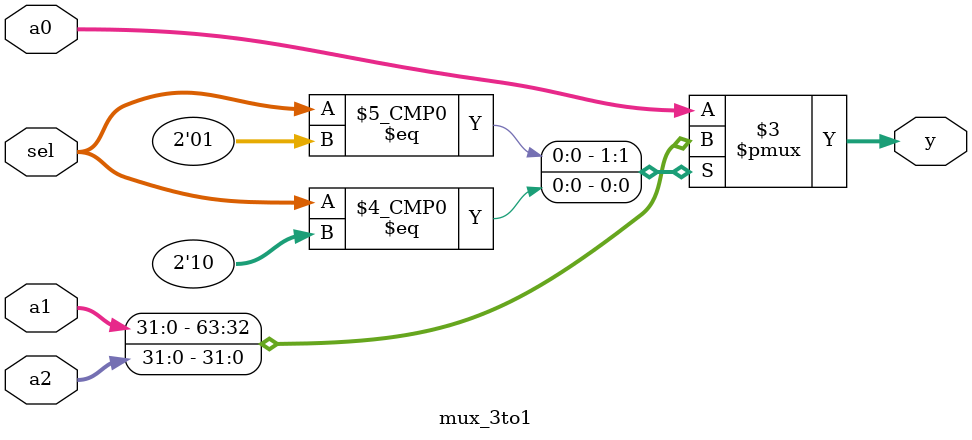
<source format=sv>
`timescale 1ns/1ps

module mux_3to1 #(parameter W=32)(
  input  logic [W-1:0] a0,
  input  logic [W-1:0] a1,
  input  logic [W-1:0] a2,
  input  logic [1:0]   sel,
  output logic [W-1:0] y
);
  always_comb begin
    unique case (sel)
      2'd0: y = a0;
      2'd1: y = a1;
      2'd2: y = a2;
      default: y = a0;
    endcase
  end
endmodule


</source>
